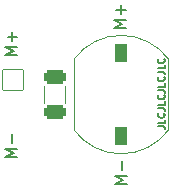
<source format=gbr>
%TF.GenerationSoftware,KiCad,Pcbnew,7.0.9*%
%TF.CreationDate,2023-12-14T21:55:59-08:00*%
%TF.ProjectId,motor-mount,6d6f746f-722d-46d6-9f75-6e742e6b6963,rev?*%
%TF.SameCoordinates,Original*%
%TF.FileFunction,Legend,Top*%
%TF.FilePolarity,Positive*%
%FSLAX46Y46*%
G04 Gerber Fmt 4.6, Leading zero omitted, Abs format (unit mm)*
G04 Created by KiCad (PCBNEW 7.0.9) date 2023-12-14 21:55:59*
%MOMM*%
%LPD*%
G01*
G04 APERTURE LIST*
G04 Aperture macros list*
%AMRoundRect*
0 Rectangle with rounded corners*
0 $1 Rounding radius*
0 $2 $3 $4 $5 $6 $7 $8 $9 X,Y pos of 4 corners*
0 Add a 4 corners polygon primitive as box body*
4,1,4,$2,$3,$4,$5,$6,$7,$8,$9,$2,$3,0*
0 Add four circle primitives for the rounded corners*
1,1,$1+$1,$2,$3*
1,1,$1+$1,$4,$5*
1,1,$1+$1,$6,$7*
1,1,$1+$1,$8,$9*
0 Add four rect primitives between the rounded corners*
20,1,$1+$1,$2,$3,$4,$5,0*
20,1,$1+$1,$4,$5,$6,$7,0*
20,1,$1+$1,$6,$7,$8,$9,0*
20,1,$1+$1,$8,$9,$2,$3,0*%
G04 Aperture macros list end*
%ADD10C,0.152400*%
%ADD11C,0.150000*%
%ADD12C,0.120000*%
%ADD13C,0.100000*%
%ADD14RoundRect,0.288100X-0.650000X0.325000X-0.650000X-0.325000X0.650000X-0.325000X0.650000X0.325000X0*%
%ADD15RoundRect,0.788100X-0.500000X0.000000X0.500000X0.000000X0.500000X0.000000X-0.500000X0.000000X0*%
%ADD16RoundRect,0.038100X0.850000X0.850000X-0.850000X0.850000X-0.850000X-0.850000X0.850000X-0.850000X0*%
%ADD17O,1.776200X1.776200*%
G04 APERTURE END LIST*
D10*
X21965735Y-20993832D02*
X20949735Y-20993832D01*
X20949735Y-20993832D02*
X21675450Y-20655165D01*
X21675450Y-20655165D02*
X20949735Y-20316498D01*
X20949735Y-20316498D02*
X21965735Y-20316498D01*
X21578688Y-19832689D02*
X21578688Y-19058594D01*
X21965735Y-19445641D02*
X21191640Y-19445641D01*
D11*
X33862771Y-27019030D02*
X34291342Y-27019030D01*
X34291342Y-27019030D02*
X34377057Y-27047601D01*
X34377057Y-27047601D02*
X34434200Y-27104744D01*
X34434200Y-27104744D02*
X34462771Y-27190458D01*
X34462771Y-27190458D02*
X34462771Y-27247601D01*
X34462771Y-26447601D02*
X34462771Y-26733315D01*
X34462771Y-26733315D02*
X33862771Y-26733315D01*
X34405628Y-25904744D02*
X34434200Y-25933316D01*
X34434200Y-25933316D02*
X34462771Y-26019030D01*
X34462771Y-26019030D02*
X34462771Y-26076173D01*
X34462771Y-26076173D02*
X34434200Y-26161887D01*
X34434200Y-26161887D02*
X34377057Y-26219030D01*
X34377057Y-26219030D02*
X34319914Y-26247601D01*
X34319914Y-26247601D02*
X34205628Y-26276173D01*
X34205628Y-26276173D02*
X34119914Y-26276173D01*
X34119914Y-26276173D02*
X34005628Y-26247601D01*
X34005628Y-26247601D02*
X33948485Y-26219030D01*
X33948485Y-26219030D02*
X33891342Y-26161887D01*
X33891342Y-26161887D02*
X33862771Y-26076173D01*
X33862771Y-26076173D02*
X33862771Y-26019030D01*
X33862771Y-26019030D02*
X33891342Y-25933316D01*
X33891342Y-25933316D02*
X33919914Y-25904744D01*
X33862771Y-25476173D02*
X34291342Y-25476173D01*
X34291342Y-25476173D02*
X34377057Y-25504744D01*
X34377057Y-25504744D02*
X34434200Y-25561887D01*
X34434200Y-25561887D02*
X34462771Y-25647601D01*
X34462771Y-25647601D02*
X34462771Y-25704744D01*
X34462771Y-24904744D02*
X34462771Y-25190458D01*
X34462771Y-25190458D02*
X33862771Y-25190458D01*
X34405628Y-24361887D02*
X34434200Y-24390459D01*
X34434200Y-24390459D02*
X34462771Y-24476173D01*
X34462771Y-24476173D02*
X34462771Y-24533316D01*
X34462771Y-24533316D02*
X34434200Y-24619030D01*
X34434200Y-24619030D02*
X34377057Y-24676173D01*
X34377057Y-24676173D02*
X34319914Y-24704744D01*
X34319914Y-24704744D02*
X34205628Y-24733316D01*
X34205628Y-24733316D02*
X34119914Y-24733316D01*
X34119914Y-24733316D02*
X34005628Y-24704744D01*
X34005628Y-24704744D02*
X33948485Y-24676173D01*
X33948485Y-24676173D02*
X33891342Y-24619030D01*
X33891342Y-24619030D02*
X33862771Y-24533316D01*
X33862771Y-24533316D02*
X33862771Y-24476173D01*
X33862771Y-24476173D02*
X33891342Y-24390459D01*
X33891342Y-24390459D02*
X33919914Y-24361887D01*
X33862771Y-23933316D02*
X34291342Y-23933316D01*
X34291342Y-23933316D02*
X34377057Y-23961887D01*
X34377057Y-23961887D02*
X34434200Y-24019030D01*
X34434200Y-24019030D02*
X34462771Y-24104744D01*
X34462771Y-24104744D02*
X34462771Y-24161887D01*
X34462771Y-23361887D02*
X34462771Y-23647601D01*
X34462771Y-23647601D02*
X33862771Y-23647601D01*
X34405628Y-22819030D02*
X34434200Y-22847602D01*
X34434200Y-22847602D02*
X34462771Y-22933316D01*
X34462771Y-22933316D02*
X34462771Y-22990459D01*
X34462771Y-22990459D02*
X34434200Y-23076173D01*
X34434200Y-23076173D02*
X34377057Y-23133316D01*
X34377057Y-23133316D02*
X34319914Y-23161887D01*
X34319914Y-23161887D02*
X34205628Y-23190459D01*
X34205628Y-23190459D02*
X34119914Y-23190459D01*
X34119914Y-23190459D02*
X34005628Y-23161887D01*
X34005628Y-23161887D02*
X33948485Y-23133316D01*
X33948485Y-23133316D02*
X33891342Y-23076173D01*
X33891342Y-23076173D02*
X33862771Y-22990459D01*
X33862771Y-22990459D02*
X33862771Y-22933316D01*
X33862771Y-22933316D02*
X33891342Y-22847602D01*
X33891342Y-22847602D02*
X33919914Y-22819030D01*
X33862771Y-22390459D02*
X34291342Y-22390459D01*
X34291342Y-22390459D02*
X34377057Y-22419030D01*
X34377057Y-22419030D02*
X34434200Y-22476173D01*
X34434200Y-22476173D02*
X34462771Y-22561887D01*
X34462771Y-22561887D02*
X34462771Y-22619030D01*
X34462771Y-21819030D02*
X34462771Y-22104744D01*
X34462771Y-22104744D02*
X33862771Y-22104744D01*
X34405628Y-21276173D02*
X34434200Y-21304745D01*
X34434200Y-21304745D02*
X34462771Y-21390459D01*
X34462771Y-21390459D02*
X34462771Y-21447602D01*
X34462771Y-21447602D02*
X34434200Y-21533316D01*
X34434200Y-21533316D02*
X34377057Y-21590459D01*
X34377057Y-21590459D02*
X34319914Y-21619030D01*
X34319914Y-21619030D02*
X34205628Y-21647602D01*
X34205628Y-21647602D02*
X34119914Y-21647602D01*
X34119914Y-21647602D02*
X34005628Y-21619030D01*
X34005628Y-21619030D02*
X33948485Y-21590459D01*
X33948485Y-21590459D02*
X33891342Y-21533316D01*
X33891342Y-21533316D02*
X33862771Y-21447602D01*
X33862771Y-21447602D02*
X33862771Y-21390459D01*
X33862771Y-21390459D02*
X33891342Y-21304745D01*
X33891342Y-21304745D02*
X33919914Y-21276173D01*
D10*
X31160535Y-18707832D02*
X30144535Y-18707832D01*
X30144535Y-18707832D02*
X30870250Y-18369165D01*
X30870250Y-18369165D02*
X30144535Y-18030498D01*
X30144535Y-18030498D02*
X31160535Y-18030498D01*
X30773488Y-17546689D02*
X30773488Y-16772594D01*
X31160535Y-17159641D02*
X30386440Y-17159641D01*
X31262135Y-31865032D02*
X30246135Y-31865032D01*
X30246135Y-31865032D02*
X30971850Y-31526365D01*
X30971850Y-31526365D02*
X30246135Y-31187698D01*
X30246135Y-31187698D02*
X31262135Y-31187698D01*
X30875088Y-30703889D02*
X30875088Y-29929794D01*
X21965735Y-29629832D02*
X20949735Y-29629832D01*
X20949735Y-29629832D02*
X21675450Y-29291165D01*
X21675450Y-29291165D02*
X20949735Y-28952498D01*
X20949735Y-28952498D02*
X21965735Y-28952498D01*
X21578688Y-28468689D02*
X21578688Y-27694594D01*
D12*
%TO.C,C1*%
X26056000Y-23623748D02*
X26056000Y-25046252D01*
X24236000Y-23623748D02*
X24236000Y-25046252D01*
D13*
%TO.C,M1*%
X26790000Y-21328000D02*
X26790000Y-27328000D01*
X34790000Y-21328000D02*
X34790000Y-27328000D01*
X34790000Y-21328000D02*
G75*
G03*
X26790000Y-21328000I-4000000J-2959844D01*
G01*
X26790001Y-27327999D02*
G75*
G03*
X34789999Y-27327999I3999999J2959841D01*
G01*
%TD*%
%LPC*%
D14*
%TO.C,C1*%
X25146000Y-22860000D03*
X25146000Y-25810000D03*
%TD*%
D15*
%TO.C,M1*%
X30790000Y-20828000D03*
X30790000Y-27828000D03*
%TD*%
D16*
%TO.C,J1*%
X21590000Y-23114000D03*
D17*
X21590000Y-25654000D03*
%TD*%
%LPD*%
M02*

</source>
